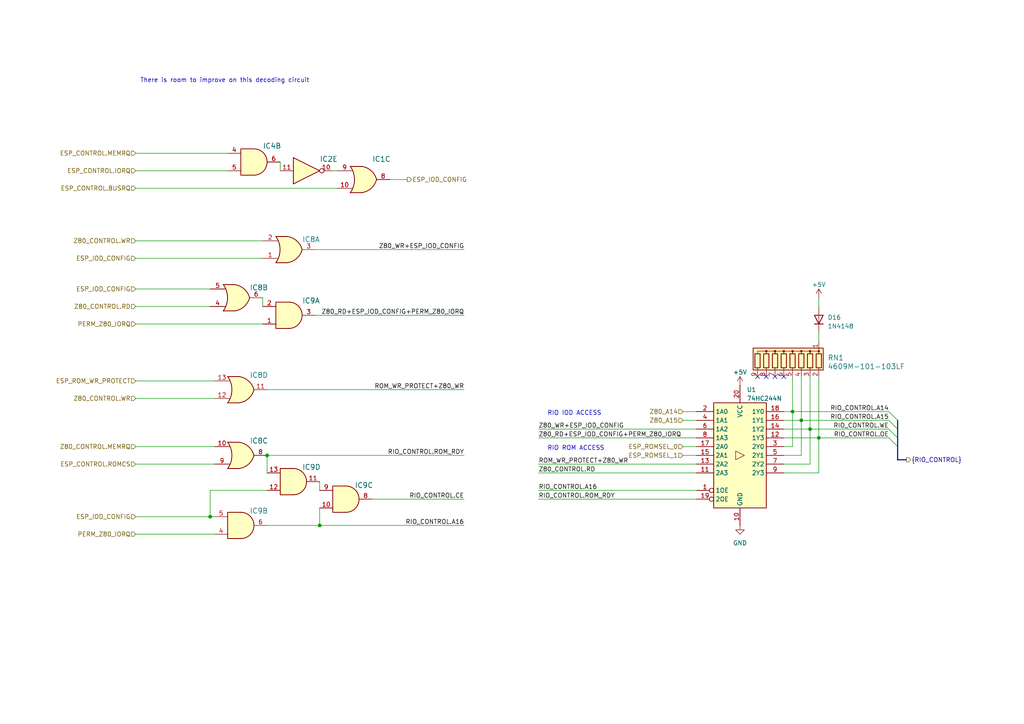
<source format=kicad_sch>
(kicad_sch (version 20230121) (generator eeschema)
  (paper "A4")
  (lib_symbols
    (symbol "74xx:74HC04"
      (property "Reference" "U" (at 0 1.27 0))
      (property "Value" "74HC04" (at 0 -1.27 0))
      (symbol "74HC04_1_0"
        (polyline (pts (xy -3.81 3.81) (xy -3.81 -3.81) (xy 3.81 0) (xy -3.81 3.81)) (stroke (width 0.254)) (fill (type background)))
        (pin input line (at -7.62 0 0) (length 3.81) (name "~") (number "1"))
        (pin output inverted (at 7.62 0 180) (length 3.81) (name "~") (number "2"))
      )
      (symbol "74HC04_2_0"
        (polyline (pts (xy -3.81 3.81) (xy -3.81 -3.81) (xy 3.81 0) (xy -3.81 3.81)) (stroke (width 0.254)) (fill (type background)))
        (pin input line (at -7.62 0 0) (length 3.81) (name "~") (number "3"))
        (pin output inverted (at 7.62 0 180) (length 3.81) (name "~") (number "4"))
      )
      (symbol "74HC04_3_0"
        (polyline (pts (xy -3.81 3.81) (xy -3.81 -3.81) (xy 3.81 0) (xy -3.81 3.81)) (stroke (width 0.254)) (fill (type background)))
        (pin input line (at -7.62 0 0) (length 3.81) (name "~") (number "5"))
        (pin output inverted (at 7.62 0 180) (length 3.81) (name "~") (number "6"))
      )
      (symbol "74HC04_4_0"
        (polyline (pts (xy -3.81 3.81) (xy -3.81 -3.81) (xy 3.81 0) (xy -3.81 3.81)) (stroke (width 0.254)) (fill (type background)))
        (pin output inverted (at 7.62 0 180) (length 3.81) (name "~") (number "8"))
        (pin input line (at -7.62 0 0) (length 3.81) (name "~") (number "9"))
      )
      (symbol "74HC04_5_0"
        (polyline (pts (xy -3.81 3.81) (xy -3.81 -3.81) (xy 3.81 0) (xy -3.81 3.81)) (stroke (width 0.254)) (fill (type background)))
        (pin output inverted (at 7.62 0 180) (length 3.81) (name "~") (number "10"))
        (pin input line (at -7.62 0 0) (length 3.81) (name "~") (number "11"))
      )
      (symbol "74HC04_6_0"
        (polyline (pts (xy -3.81 3.81) (xy -3.81 -3.81) (xy 3.81 0) (xy -3.81 3.81)) (stroke (width 0.254)) (fill (type background)))
        (pin output inverted (at 7.62 0 180) (length 3.81) (name "~") (number "12"))
        (pin input line (at -7.62 0 0) (length 3.81) (name "~") (number "13"))
      )
      (symbol "74HC04_7_0"
        (pin power_in line (at 0 12.7 270) (length 5.08) (name "VCC") (number "14"))
        (pin power_in line (at 0 -12.7 90) (length 5.08) (name "GND") (number "7"))
      )
      (symbol "74HC04_7_1"
        (rectangle (start -5.08 7.62) (end 5.08 -7.62) (stroke (width 0.254)) (fill (type background)))
      )
    )
    (symbol "74xx:74HC244"
      (property "Reference" "U" (at -7.62 16.51 0))
      (property "Value" "74HC244" (at -7.62 -16.51 0))
      (symbol "74HC244_1_0"
        (polyline (pts (xy 1.27 0) (xy -1.27 1.27) (xy -1.27 -1.27) (xy 1.27 0)) (stroke (width 0.1524)))
        (pin input inverted (at -12.7 -10.16 0) (length 5.08) (name "1OE") (number "1"))
        (pin power_in line (at 0 -20.32 90) (length 5.08) (name "GND") (number "10"))
        (pin input line (at -12.7 -5.08 0) (length 5.08) (name "2A3") (number "11"))
        (pin tri_state line (at 12.7 5.08 180) (length 5.08) (name "1Y3") (number "12"))
        (pin input line (at -12.7 -2.54 0) (length 5.08) (name "2A2") (number "13"))
        (pin tri_state line (at 12.7 7.62 180) (length 5.08) (name "1Y2") (number "14"))
        (pin input line (at -12.7 0 0) (length 5.08) (name "2A1") (number "15"))
        (pin tri_state line (at 12.7 10.16 180) (length 5.08) (name "1Y1") (number "16"))
        (pin input line (at -12.7 2.54 0) (length 5.08) (name "2A0") (number "17"))
        (pin tri_state line (at 12.7 12.7 180) (length 5.08) (name "1Y0") (number "18"))
        (pin input inverted (at -12.7 -12.7 0) (length 5.08) (name "2OE") (number "19"))
        (pin input line (at -12.7 12.7 0) (length 5.08) (name "1A0") (number "2"))
        (pin power_in line (at 0 20.32 270) (length 5.08) (name "VCC") (number "20"))
        (pin tri_state line (at 12.7 2.54 180) (length 5.08) (name "2Y0") (number "3"))
        (pin input line (at -12.7 10.16 0) (length 5.08) (name "1A1") (number "4"))
        (pin tri_state line (at 12.7 0 180) (length 5.08) (name "2Y1") (number "5"))
        (pin input line (at -12.7 7.62 0) (length 5.08) (name "1A2") (number "6"))
        (pin tri_state line (at 12.7 -2.54 180) (length 5.08) (name "2Y2") (number "7"))
        (pin input line (at -12.7 5.08 0) (length 5.08) (name "1A3") (number "8"))
        (pin tri_state line (at 12.7 -5.08 180) (length 5.08) (name "2Y3") (number "9"))
      )
      (symbol "74HC244_1_1"
        (rectangle (start -7.62 15.24) (end 7.62 -15.24) (stroke (width 0.254)) (fill (type background)))
      )
    )
    (symbol "74xx:74LS08" (pin_names (offset 1.016))
      (property "Reference" "U" (at 0 1.27 0))
      (property "Value" "74LS08" (at 0 -1.27 0))
      (symbol "74LS08_1_1"
        (arc (start 0 -3.81) (mid 3.7934 0) (end 0 3.81) (stroke (width 0.254)) (fill (type background)))
        (polyline (pts (xy 0 3.81) (xy -3.81 3.81) (xy -3.81 -3.81) (xy 0 -3.81)) (stroke (width 0.254)) (fill (type background)))
        (pin input line (at -7.62 2.54 0) (length 3.81) (name "~") (number "1"))
        (pin input line (at -7.62 -2.54 0) (length 3.81) (name "~") (number "2"))
        (pin output line (at 7.62 0 180) (length 3.81) (name "~") (number "3"))
      )
      (symbol "74LS08_1_2"
        (arc (start -3.81 -3.81) (mid -2.589 0) (end -3.81 3.81) (stroke (width 0.254)))
        (arc (start -0.6096 -3.81) (mid 2.1842 -2.5851) (end 3.81 0) (stroke (width 0.254)) (fill (type background)))
        (polyline (pts (xy -3.81 -3.81) (xy -0.635 -3.81)) (stroke (width 0.254)) (fill (type background)))
        (polyline (pts (xy -3.81 3.81) (xy -0.635 3.81)) (stroke (width 0.254)) (fill (type background)))
        (polyline (pts (xy -0.635 3.81) (xy -3.81 3.81) (xy -3.81 3.81) (xy -3.556 3.4036) (xy -3.0226 2.2606) (xy -2.6924 1.0414) (xy -2.6162 -0.254) (xy -2.7686 -1.4986) (xy -3.175 -2.7178) (xy -3.81 -3.81) (xy -3.81 -3.81) (xy -0.635 -3.81)) (stroke (width -25.4)) (fill (type background)))
        (arc (start 3.81 0) (mid 2.1915 2.5936) (end -0.6096 3.81) (stroke (width 0.254)) (fill (type background)))
        (pin input inverted (at -7.62 2.54 0) (length 4.318) (name "~") (number "1"))
        (pin input inverted (at -7.62 -2.54 0) (length 4.318) (name "~") (number "2"))
        (pin output inverted (at 7.62 0 180) (length 3.81) (name "~") (number "3"))
      )
      (symbol "74LS08_2_1"
        (arc (start 0 -3.81) (mid 3.7934 0) (end 0 3.81) (stroke (width 0.254)) (fill (type background)))
        (polyline (pts (xy 0 3.81) (xy -3.81 3.81) (xy -3.81 -3.81) (xy 0 -3.81)) (stroke (width 0.254)) (fill (type background)))
        (pin input line (at -7.62 2.54 0) (length 3.81) (name "~") (number "4"))
        (pin input line (at -7.62 -2.54 0) (length 3.81) (name "~") (number "5"))
        (pin output line (at 7.62 0 180) (length 3.81) (name "~") (number "6"))
      )
      (symbol "74LS08_2_2"
        (arc (start -3.81 -3.81) (mid -2.589 0) (end -3.81 3.81) (stroke (width 0.254)))
        (arc (start -0.6096 -3.81) (mid 2.1842 -2.5851) (end 3.81 0) (stroke (width 0.254)) (fill (type background)))
        (polyline (pts (xy -3.81 -3.81) (xy -0.635 -3.81)) (stroke (width 0.254)) (fill (type background)))
        (polyline (pts (xy -3.81 3.81) (xy -0.635 3.81)) (stroke (width 0.254)) (fill (type background)))
        (polyline (pts (xy -0.635 3.81) (xy -3.81 3.81) (xy -3.81 3.81) (xy -3.556 3.4036) (xy -3.0226 2.2606) (xy -2.6924 1.0414) (xy -2.6162 -0.254) (xy -2.7686 -1.4986) (xy -3.175 -2.7178) (xy -3.81 -3.81) (xy -3.81 -3.81) (xy -0.635 -3.81)) (stroke (width -25.4)) (fill (type background)))
        (arc (start 3.81 0) (mid 2.1915 2.5936) (end -0.6096 3.81) (stroke (width 0.254)) (fill (type background)))
        (pin input inverted (at -7.62 2.54 0) (length 4.318) (name "~") (number "4"))
        (pin input inverted (at -7.62 -2.54 0) (length 4.318) (name "~") (number "5"))
        (pin output inverted (at 7.62 0 180) (length 3.81) (name "~") (number "6"))
      )
      (symbol "74LS08_3_1"
        (arc (start 0 -3.81) (mid 3.7934 0) (end 0 3.81) (stroke (width 0.254)) (fill (type background)))
        (polyline (pts (xy 0 3.81) (xy -3.81 3.81) (xy -3.81 -3.81) (xy 0 -3.81)) (stroke (width 0.254)) (fill (type background)))
        (pin input line (at -7.62 -2.54 0) (length 3.81) (name "~") (number "10"))
        (pin output line (at 7.62 0 180) (length 3.81) (name "~") (number "8"))
        (pin input line (at -7.62 2.54 0) (length 3.81) (name "~") (number "9"))
      )
      (symbol "74LS08_3_2"
        (arc (start -3.81 -3.81) (mid -2.589 0) (end -3.81 3.81) (stroke (width 0.254)))
        (arc (start -0.6096 -3.81) (mid 2.1842 -2.5851) (end 3.81 0) (stroke (width 0.254)) (fill (type background)))
        (polyline (pts (xy -3.81 -3.81) (xy -0.635 -3.81)) (stroke (width 0.254)) (fill (type background)))
        (polyline (pts (xy -3.81 3.81) (xy -0.635 3.81)) (stroke (width 0.254)) (fill (type background)))
        (polyline (pts (xy -0.635 3.81) (xy -3.81 3.81) (xy -3.81 3.81) (xy -3.556 3.4036) (xy -3.0226 2.2606) (xy -2.6924 1.0414) (xy -2.6162 -0.254) (xy -2.7686 -1.4986) (xy -3.175 -2.7178) (xy -3.81 -3.81) (xy -3.81 -3.81) (xy -0.635 -3.81)) (stroke (width -25.4)) (fill (type background)))
        (arc (start 3.81 0) (mid 2.1915 2.5936) (end -0.6096 3.81) (stroke (width 0.254)) (fill (type background)))
        (pin input inverted (at -7.62 -2.54 0) (length 4.318) (name "~") (number "10"))
        (pin output inverted (at 7.62 0 180) (length 3.81) (name "~") (number "8"))
        (pin input inverted (at -7.62 2.54 0) (length 4.318) (name "~") (number "9"))
      )
      (symbol "74LS08_4_1"
        (arc (start 0 -3.81) (mid 3.7934 0) (end 0 3.81) (stroke (width 0.254)) (fill (type background)))
        (polyline (pts (xy 0 3.81) (xy -3.81 3.81) (xy -3.81 -3.81) (xy 0 -3.81)) (stroke (width 0.254)) (fill (type background)))
        (pin output line (at 7.62 0 180) (length 3.81) (name "~") (number "11"))
        (pin input line (at -7.62 2.54 0) (length 3.81) (name "~") (number "12"))
        (pin input line (at -7.62 -2.54 0) (length 3.81) (name "~") (number "13"))
      )
      (symbol "74LS08_4_2"
        (arc (start -3.81 -3.81) (mid -2.589 0) (end -3.81 3.81) (stroke (width 0.254)))
        (arc (start -0.6096 -3.81) (mid 2.1842 -2.5851) (end 3.81 0) (stroke (width 0.254)) (fill (type background)))
        (polyline (pts (xy -3.81 -3.81) (xy -0.635 -3.81)) (stroke (width 0.254)) (fill (type background)))
        (polyline (pts (xy -3.81 3.81) (xy -0.635 3.81)) (stroke (width 0.254)) (fill (type background)))
        (polyline (pts (xy -0.635 3.81) (xy -3.81 3.81) (xy -3.81 3.81) (xy -3.556 3.4036) (xy -3.0226 2.2606) (xy -2.6924 1.0414) (xy -2.6162 -0.254) (xy -2.7686 -1.4986) (xy -3.175 -2.7178) (xy -3.81 -3.81) (xy -3.81 -3.81) (xy -0.635 -3.81)) (stroke (width -25.4)) (fill (type background)))
        (arc (start 3.81 0) (mid 2.1915 2.5936) (end -0.6096 3.81) (stroke (width 0.254)) (fill (type background)))
        (pin output inverted (at 7.62 0 180) (length 3.81) (name "~") (number "11"))
        (pin input inverted (at -7.62 2.54 0) (length 4.318) (name "~") (number "12"))
        (pin input inverted (at -7.62 -2.54 0) (length 4.318) (name "~") (number "13"))
      )
      (symbol "74LS08_5_0"
        (pin power_in line (at 0 12.7 270) (length 5.08) (name "VCC") (number "14"))
        (pin power_in line (at 0 -12.7 90) (length 5.08) (name "GND") (number "7"))
      )
      (symbol "74LS08_5_1"
        (rectangle (start -5.08 7.62) (end 5.08 -7.62) (stroke (width 0.254)) (fill (type background)))
      )
    )
    (symbol "74xx:74LS32" (pin_names (offset 1.016))
      (property "Reference" "U" (at 0 1.27 0))
      (property "Value" "74LS32" (at 0 -1.27 0))
      (symbol "74LS32_1_1"
        (arc (start -3.81 -3.81) (mid -2.589 0) (end -3.81 3.81) (stroke (width 0.254)))
        (arc (start -0.6096 -3.81) (mid 2.1842 -2.5851) (end 3.81 0) (stroke (width 0.254)) (fill (type background)))
        (polyline (pts (xy -3.81 -3.81) (xy -0.635 -3.81)) (stroke (width 0.254)) (fill (type background)))
        (polyline (pts (xy -3.81 3.81) (xy -0.635 3.81)) (stroke (width 0.254)) (fill (type background)))
        (polyline (pts (xy -0.635 3.81) (xy -3.81 3.81) (xy -3.81 3.81) (xy -3.556 3.4036) (xy -3.0226 2.2606) (xy -2.6924 1.0414) (xy -2.6162 -0.254) (xy -2.7686 -1.4986) (xy -3.175 -2.7178) (xy -3.81 -3.81) (xy -3.81 -3.81) (xy -0.635 -3.81)) (stroke (width -25.4)) (fill (type background)))
        (arc (start 3.81 0) (mid 2.1915 2.5936) (end -0.6096 3.81) (stroke (width 0.254)) (fill (type background)))
        (pin input line (at -7.62 2.54 0) (length 4.318) (name "~") (number "1"))
        (pin input line (at -7.62 -2.54 0) (length 4.318) (name "~") (number "2"))
        (pin output line (at 7.62 0 180) (length 3.81) (name "~") (number "3"))
      )
      (symbol "74LS32_1_2"
        (arc (start 0 -3.81) (mid 3.7934 0) (end 0 3.81) (stroke (width 0.254)) (fill (type background)))
        (polyline (pts (xy 0 3.81) (xy -3.81 3.81) (xy -3.81 -3.81) (xy 0 -3.81)) (stroke (width 0.254)) (fill (type background)))
        (pin input inverted (at -7.62 2.54 0) (length 3.81) (name "~") (number "1"))
        (pin input inverted (at -7.62 -2.54 0) (length 3.81) (name "~") (number "2"))
        (pin output inverted (at 7.62 0 180) (length 3.81) (name "~") (number "3"))
      )
      (symbol "74LS32_2_1"
        (arc (start -3.81 -3.81) (mid -2.589 0) (end -3.81 3.81) (stroke (width 0.254)))
        (arc (start -0.6096 -3.81) (mid 2.1842 -2.5851) (end 3.81 0) (stroke (width 0.254)) (fill (type background)))
        (polyline (pts (xy -3.81 -3.81) (xy -0.635 -3.81)) (stroke (width 0.254)) (fill (type background)))
        (polyline (pts (xy -3.81 3.81) (xy -0.635 3.81)) (stroke (width 0.254)) (fill (type background)))
        (polyline (pts (xy -0.635 3.81) (xy -3.81 3.81) (xy -3.81 3.81) (xy -3.556 3.4036) (xy -3.0226 2.2606) (xy -2.6924 1.0414) (xy -2.6162 -0.254) (xy -2.7686 -1.4986) (xy -3.175 -2.7178) (xy -3.81 -3.81) (xy -3.81 -3.81) (xy -0.635 -3.81)) (stroke (width -25.4)) (fill (type background)))
        (arc (start 3.81 0) (mid 2.1915 2.5936) (end -0.6096 3.81) (stroke (width 0.254)) (fill (type background)))
        (pin input line (at -7.62 2.54 0) (length 4.318) (name "~") (number "4"))
        (pin input line (at -7.62 -2.54 0) (length 4.318) (name "~") (number "5"))
        (pin output line (at 7.62 0 180) (length 3.81) (name "~") (number "6"))
      )
      (symbol "74LS32_2_2"
        (arc (start 0 -3.81) (mid 3.7934 0) (end 0 3.81) (stroke (width 0.254)) (fill (type background)))
        (polyline (pts (xy 0 3.81) (xy -3.81 3.81) (xy -3.81 -3.81) (xy 0 -3.81)) (stroke (width 0.254)) (fill (type background)))
        (pin input inverted (at -7.62 2.54 0) (length 3.81) (name "~") (number "4"))
        (pin input inverted (at -7.62 -2.54 0) (length 3.81) (name "~") (number "5"))
        (pin output inverted (at 7.62 0 180) (length 3.81) (name "~") (number "6"))
      )
      (symbol "74LS32_3_1"
        (arc (start -3.81 -3.81) (mid -2.589 0) (end -3.81 3.81) (stroke (width 0.254)))
        (arc (start -0.6096 -3.81) (mid 2.1842 -2.5851) (end 3.81 0) (stroke (width 0.254)) (fill (type background)))
        (polyline (pts (xy -3.81 -3.81) (xy -0.635 -3.81)) (stroke (width 0.254)) (fill (type background)))
        (polyline (pts (xy -3.81 3.81) (xy -0.635 3.81)) (stroke (width 0.254)) (fill (type background)))
        (polyline (pts (xy -0.635 3.81) (xy -3.81 3.81) (xy -3.81 3.81) (xy -3.556 3.4036) (xy -3.0226 2.2606) (xy -2.6924 1.0414) (xy -2.6162 -0.254) (xy -2.7686 -1.4986) (xy -3.175 -2.7178) (xy -3.81 -3.81) (xy -3.81 -3.81) (xy -0.635 -3.81)) (stroke (width -25.4)) (fill (type background)))
        (arc (start 3.81 0) (mid 2.1915 2.5936) (end -0.6096 3.81) (stroke (width 0.254)) (fill (type background)))
        (pin input line (at -7.62 -2.54 0) (length 4.318) (name "~") (number "10"))
        (pin output line (at 7.62 0 180) (length 3.81) (name "~") (number "8"))
        (pin input line (at -7.62 2.54 0) (length 4.318) (name "~") (number "9"))
      )
      (symbol "74LS32_3_2"
        (arc (start 0 -3.81) (mid 3.7934 0) (end 0 3.81) (stroke (width 0.254)) (fill (type background)))
        (polyline (pts (xy 0 3.81) (xy -3.81 3.81) (xy -3.81 -3.81) (xy 0 -3.81)) (stroke (width 0.254)) (fill (type background)))
        (pin input inverted (at -7.62 -2.54 0) (length 3.81) (name "~") (number "10"))
        (pin output inverted (at 7.62 0 180) (length 3.81) (name "~") (number "8"))
        (pin input inverted (at -7.62 2.54 0) (length 3.81) (name "~") (number "9"))
      )
      (symbol "74LS32_4_1"
        (arc (start -3.81 -3.81) (mid -2.589 0) (end -3.81 3.81) (stroke (width 0.254)))
        (arc (start -0.6096 -3.81) (mid 2.1842 -2.5851) (end 3.81 0) (stroke (width 0.254)) (fill (type background)))
        (polyline (pts (xy -3.81 -3.81) (xy -0.635 -3.81)) (stroke (width 0.254)) (fill (type background)))
        (polyline (pts (xy -3.81 3.81) (xy -0.635 3.81)) (stroke (width 0.254)) (fill (type background)))
        (polyline (pts (xy -0.635 3.81) (xy -3.81 3.81) (xy -3.81 3.81) (xy -3.556 3.4036) (xy -3.0226 2.2606) (xy -2.6924 1.0414) (xy -2.6162 -0.254) (xy -2.7686 -1.4986) (xy -3.175 -2.7178) (xy -3.81 -3.81) (xy -3.81 -3.81) (xy -0.635 -3.81)) (stroke (width -25.4)) (fill (type background)))
        (arc (start 3.81 0) (mid 2.1915 2.5936) (end -0.6096 3.81) (stroke (width 0.254)) (fill (type background)))
        (pin output line (at 7.62 0 180) (length 3.81) (name "~") (number "11"))
        (pin input line (at -7.62 2.54 0) (length 4.318) (name "~") (number "12"))
        (pin input line (at -7.62 -2.54 0) (length 4.318) (name "~") (number "13"))
      )
      (symbol "74LS32_4_2"
        (arc (start 0 -3.81) (mid 3.7934 0) (end 0 3.81) (stroke (width 0.254)) (fill (type background)))
        (polyline (pts (xy 0 3.81) (xy -3.81 3.81) (xy -3.81 -3.81) (xy 0 -3.81)) (stroke (width 0.254)) (fill (type background)))
        (pin output inverted (at 7.62 0 180) (length 3.81) (name "~") (number "11"))
        (pin input inverted (at -7.62 2.54 0) (length 3.81) (name "~") (number "12"))
        (pin input inverted (at -7.62 -2.54 0) (length 3.81) (name "~") (number "13"))
      )
      (symbol "74LS32_5_0"
        (pin power_in line (at 0 12.7 270) (length 5.08) (name "VCC") (number "14"))
        (pin power_in line (at 0 -12.7 90) (length 5.08) (name "GND") (number "7"))
      )
      (symbol "74LS32_5_1"
        (rectangle (start -5.08 7.62) (end 5.08 -7.62) (stroke (width 0.254)) (fill (type background)))
      )
    )
    (symbol "Device:D" (pin_numbers hide) (pin_names (offset 1.016) hide)
      (property "Reference" "D" (at 0 2.54 0))
      (property "Value" "D" (at 0 -2.54 0))
      (symbol "D_0_1"
        (polyline (pts (xy -1.27 1.27) (xy -1.27 -1.27)) (stroke (width 0.254)))
        (polyline (pts (xy 1.27 0) (xy -1.27 0)))
        (polyline (pts (xy 1.27 1.27) (xy 1.27 -1.27) (xy -1.27 0) (xy 1.27 1.27)) (stroke (width 0.254)))
      )
      (symbol "D_1_1"
        (pin passive line (at -3.81 0 0) (length 2.54) (name "K") (number "1"))
        (pin passive line (at 3.81 0 180) (length 2.54) (name "A") (number "2"))
      )
    )
    (symbol "Device:R_Network08" (pin_names (offset 0) hide)
      (property "Reference" "RN" (at -12.7 0 90))
      (property "Value" "R_Network08" (at 10.16 0 90))
      (symbol "R_Network08_0_1"
        (rectangle (start -11.43 -3.175) (end 8.89 3.175) (stroke (width 0.254)) (fill (type background)))
        (rectangle (start -10.922 1.524) (end -9.398 -2.54) (stroke (width 0.254)))
        (circle (center -10.16 2.286) (radius 0.254) (fill (type outline)))
        (rectangle (start -8.382 1.524) (end -6.858 -2.54) (stroke (width 0.254)))
        (circle (center -7.62 2.286) (radius 0.254) (fill (type outline)))
        (rectangle (start -5.842 1.524) (end -4.318 -2.54) (stroke (width 0.254)))
        (circle (center -5.08 2.286) (radius 0.254) (fill (type outline)))
        (rectangle (start -3.302 1.524) (end -1.778 -2.54) (stroke (width 0.254)))
        (circle (center -2.54 2.286) (radius 0.254) (fill (type outline)))
        (rectangle (start -0.762 1.524) (end 0.762 -2.54) (stroke (width 0.254)))
        (polyline (pts (xy -10.16 -2.54) (xy -10.16 -3.81)))
        (polyline (pts (xy -7.62 -2.54) (xy -7.62 -3.81)))
        (polyline (pts (xy -5.08 -2.54) (xy -5.08 -3.81)))
        (polyline (pts (xy -2.54 -2.54) (xy -2.54 -3.81)))
        (polyline (pts (xy 0 -2.54) (xy 0 -3.81)))
        (polyline (pts (xy 2.54 -2.54) (xy 2.54 -3.81)))
        (polyline (pts (xy 5.08 -2.54) (xy 5.08 -3.81)))
        (polyline (pts (xy 7.62 -2.54) (xy 7.62 -3.81)))
        (polyline (pts (xy -10.16 1.524) (xy -10.16 2.286) (xy -7.62 2.286) (xy -7.62 1.524)))
        (polyline (pts (xy -7.62 1.524) (xy -7.62 2.286) (xy -5.08 2.286) (xy -5.08 1.524)))
        (polyline (pts (xy -5.08 1.524) (xy -5.08 2.286) (xy -2.54 2.286) (xy -2.54 1.524)))
        (polyline (pts (xy -2.54 1.524) (xy -2.54 2.286) (xy 0 2.286) (xy 0 1.524)))
        (polyline (pts (xy 0 1.524) (xy 0 2.286) (xy 2.54 2.286) (xy 2.54 1.524)))
        (polyline (pts (xy 2.54 1.524) (xy 2.54 2.286) (xy 5.08 2.286) (xy 5.08 1.524)))
        (polyline (pts (xy 5.08 1.524) (xy 5.08 2.286) (xy 7.62 2.286) (xy 7.62 1.524)))
        (circle (center 0 2.286) (radius 0.254) (fill (type outline)))
        (rectangle (start 1.778 1.524) (end 3.302 -2.54) (stroke (width 0.254)))
        (circle (center 2.54 2.286) (radius 0.254) (fill (type outline)))
        (rectangle (start 4.318 1.524) (end 5.842 -2.54) (stroke (width 0.254)))
        (circle (center 5.08 2.286) (radius 0.254) (fill (type outline)))
        (rectangle (start 6.858 1.524) (end 8.382 -2.54) (stroke (width 0.254)))
      )
      (symbol "R_Network08_1_1"
        (pin passive line (at -10.16 5.08 270) (length 2.54) (name "common") (number "1"))
        (pin passive line (at -10.16 -5.08 90) (length 1.27) (name "R1") (number "2"))
        (pin passive line (at -7.62 -5.08 90) (length 1.27) (name "R2") (number "3"))
        (pin passive line (at -5.08 -5.08 90) (length 1.27) (name "R3") (number "4"))
        (pin passive line (at -2.54 -5.08 90) (length 1.27) (name "R4") (number "5"))
        (pin passive line (at 0 -5.08 90) (length 1.27) (name "R5") (number "6"))
        (pin passive line (at 2.54 -5.08 90) (length 1.27) (name "R6") (number "7"))
        (pin passive line (at 5.08 -5.08 90) (length 1.27) (name "R7") (number "8"))
        (pin passive line (at 7.62 -5.08 90) (length 1.27) (name "R8") (number "9"))
      )
    )
    (symbol "power:+5V" (power) (pin_names (offset 0))
      (property "Value" "+5V" (at 0 3.556 0))
      (symbol "+5V_0_1"
        (polyline (pts (xy -0.762 1.27) (xy 0 2.54)))
        (polyline (pts (xy 0 0) (xy 0 2.54)))
        (polyline (pts (xy 0 2.54) (xy 0.762 1.27)))
      )
      (symbol "+5V_1_1"
        (pin power_in line (at 0 0 90) (length 0) hide (name "+5V") (number "1"))
      )
    )
    (symbol "power:GND" (power) (pin_names (offset 0))
      (property "Value" "GND" (at 0 -3.81 0))
      (symbol "GND_0_1"
        (polyline (pts (xy 0 0) (xy 0 -1.27) (xy 1.27 -1.27) (xy 0 -2.54) (xy -1.27 -1.27) (xy 0 -1.27)))
      )
      (symbol "GND_1_1"
        (pin power_in line (at 0 0 270) (length 0) hide (name "GND") (number "1"))
      )
    )
  )
  (junction (at 232.41 121.92))
  (junction (at 92.71 152.4))
  (junction (at 77.47 132.08))
  (junction (at 234.95 124.46))
  (junction (at 237.49 127))
  (junction (at 229.87 119.38))
  (junction (at 60.96 149.86))
  (no_connect (at 222.25 109.22))
  (no_connect (at 224.79 109.22))
  (no_connect (at 227.33 109.22))
  (no_connect (at 219.71 109.22))
  (bus_entry (at 257.81 121.92) (size 2.54 2.54))
  (bus_entry (at 257.81 127) (size 2.54 2.54))
  (bus_entry (at 257.81 124.46) (size 2.54 2.54))
  (bus_entry (at 257.81 119.38) (size 2.54 2.54))
  (bus (pts (xy 260.35 124.46) (xy 260.35 127)))
  (wire (pts (xy 39.37 149.86) (xy 60.96 149.86)))
  (bus (pts (xy 260.35 129.54) (xy 260.35 133.35)))
  (wire (pts (xy 134.62 144.78) (xy 107.95 144.78)))
  (wire (pts (xy 227.33 132.08) (xy 232.41 132.08)))
  (wire (pts (xy 227.33 137.16) (xy 237.49 137.16)))
  (wire (pts (xy 62.23 134.62) (xy 39.37 134.62)))
  (wire (pts (xy 232.41 121.92) (xy 257.81 121.92)))
  (wire (pts (xy 237.49 109.22) (xy 237.49 127)))
  (wire (pts (xy 232.41 121.92) (xy 232.41 132.08)))
  (wire (pts (xy 81.28 46.99) (xy 81.28 49.53)))
  (bus (pts (xy 260.35 121.92) (xy 260.35 124.46)))
  (wire (pts (xy 134.62 132.08) (xy 77.47 132.08)))
  (wire (pts (xy 156.21 127) (xy 201.93 127)))
  (wire (pts (xy 156.21 124.46) (xy 201.93 124.46)))
  (wire (pts (xy 227.33 124.46) (xy 234.95 124.46)))
  (wire (pts (xy 229.87 119.38) (xy 257.81 119.38)))
  (wire (pts (xy 62.23 115.57) (xy 39.37 115.57)))
  (wire (pts (xy 234.95 124.46) (xy 257.81 124.46)))
  (wire (pts (xy 92.71 139.7) (xy 92.71 142.24)))
  (wire (pts (xy 113.03 52.07) (xy 118.11 52.07)))
  (wire (pts (xy 62.23 154.94) (xy 39.37 154.94)))
  (wire (pts (xy 39.37 93.98) (xy 76.2 93.98)))
  (wire (pts (xy 62.23 129.54) (xy 39.37 129.54)))
  (wire (pts (xy 77.47 137.16) (xy 77.47 132.08)))
  (wire (pts (xy 156.21 142.24) (xy 201.93 142.24)))
  (wire (pts (xy 232.41 109.22) (xy 232.41 121.92)))
  (wire (pts (xy 62.23 149.86) (xy 60.96 149.86)))
  (wire (pts (xy 201.93 137.16) (xy 156.21 137.16)))
  (wire (pts (xy 237.49 86.36) (xy 237.49 88.9)))
  (wire (pts (xy 156.21 144.78) (xy 201.93 144.78)))
  (wire (pts (xy 201.93 132.08) (xy 198.12 132.08)))
  (bus (pts (xy 262.89 133.35) (xy 260.35 133.35)))
  (wire (pts (xy 97.79 54.61) (xy 39.37 54.61)))
  (wire (pts (xy 62.23 110.49) (xy 39.37 110.49)))
  (wire (pts (xy 96.52 49.53) (xy 97.79 49.53)))
  (wire (pts (xy 39.37 44.45) (xy 66.04 44.45)))
  (wire (pts (xy 229.87 109.22) (xy 229.87 119.38)))
  (wire (pts (xy 227.33 121.92) (xy 232.41 121.92)))
  (wire (pts (xy 76.2 86.36) (xy 76.2 88.9)))
  (wire (pts (xy 227.33 127) (xy 237.49 127)))
  (bus (pts (xy 260.35 127) (xy 260.35 129.54)))
  (wire (pts (xy 91.44 91.44) (xy 134.62 91.44)))
  (wire (pts (xy 77.47 142.24) (xy 60.96 142.24)))
  (wire (pts (xy 234.95 109.22) (xy 234.95 124.46)))
  (wire (pts (xy 227.33 129.54) (xy 229.87 129.54)))
  (wire (pts (xy 227.33 119.38) (xy 229.87 119.38)))
  (wire (pts (xy 201.93 129.54) (xy 198.12 129.54)))
  (wire (pts (xy 60.96 83.82) (xy 39.37 83.82)))
  (wire (pts (xy 76.2 74.93) (xy 39.37 74.93)))
  (wire (pts (xy 201.93 119.38) (xy 198.12 119.38)))
  (wire (pts (xy 76.2 69.85) (xy 39.37 69.85)))
  (wire (pts (xy 237.49 127) (xy 237.49 137.16)))
  (wire (pts (xy 77.47 152.4) (xy 92.71 152.4)))
  (wire (pts (xy 77.47 113.03) (xy 134.62 113.03)))
  (wire (pts (xy 60.96 142.24) (xy 60.96 149.86)))
  (wire (pts (xy 66.04 49.53) (xy 39.37 49.53)))
  (wire (pts (xy 234.95 124.46) (xy 234.95 134.62)))
  (wire (pts (xy 237.49 127) (xy 257.81 127)))
  (wire (pts (xy 227.33 134.62) (xy 234.95 134.62)))
  (wire (pts (xy 91.44 72.39) (xy 134.62 72.39)))
  (wire (pts (xy 201.93 121.92) (xy 198.12 121.92)))
  (wire (pts (xy 229.87 129.54) (xy 229.87 119.38)))
  (wire (pts (xy 60.96 88.9) (xy 39.37 88.9)))
  (wire (pts (xy 237.49 96.52) (xy 237.49 99.06)))
  (wire (pts (xy 156.21 134.62) (xy 201.93 134.62)))
  (wire (pts (xy 92.71 152.4) (xy 92.71 147.32)))
  (wire (pts (xy 134.62 152.4) (xy 92.71 152.4)))
  (text "There is room to improve on this decoding circuit" (at 40.64 24.13 0) (effects (font (size 1.27 1.27)) (justify left bottom)))
  (text "RIO IOD ACCESS" (at 158.75 120.65 0) (effects (font (size 1.27 1.27)) (justify left bottom)))
  (text "RIO ROM ACCESS" (at 158.75 130.81 0) (effects (font (size 1.27 1.27)) (justify left bottom)))
  (label "RIO_CONTROL.A14" (at 257.81 119.38 180))
  (label "ROM_WR_PROTECT+Z80_WR" (at 156.21 134.62 0))
  (label "Z80_WR+ESP_IOD_CONFIG" (at 156.21 124.46 0))
  (label "Z80_RD+ESP_IOD_CONFIG+PERM_Z80_IORQ" (at 156.21 127 0))
  (label "Z80_RD+ESP_IOD_CONFIG+PERM_Z80_IORQ" (at 134.62 91.44 180))
  (label "Z80_CONTROL.RD" (at 156.21 137.16 0))
  (label "RIO_CONTROL.ROM_RDY" (at 134.62 132.08 180))
  (label "RIO_CONTROL.WE" (at 257.81 124.46 180))
  (label "RIO_CONTROL.A15" (at 257.81 121.92 180))
  (label "Z80_WR+ESP_IOD_CONFIG" (at 134.62 72.39 180))
  (label "RIO_CONTROL.A16" (at 134.62 152.4 180))
  (label "RIO_CONTROL.ROM_RDY" (at 156.21 144.78 0))
  (label "RIO_CONTROL.OE" (at 257.81 127 180))
  (label "RIO_CONTROL.CE" (at 134.62 144.78 180))
  (label "ROM_WR_PROTECT+Z80_WR" (at 134.62 113.03 180))
  (label "RIO_CONTROL.A16" (at 156.21 142.24 0))
  (hierarchical_label "ESP_ROMSEL_1" (shape input) (at 198.12 132.08 180))
  (hierarchical_label "Z80_A15" (shape input) (at 198.12 121.92 180))
  (hierarchical_label "ESP_CONTROL.ROMCS" (shape input) (at 39.37 134.62 180))
  (hierarchical_label "{RIO_CONTROL}" (shape output) (at 262.89 133.35 0))
  (hierarchical_label "Z80_CONTROL.MEMRQ" (shape input) (at 39.37 129.54 180))
  (hierarchical_label "PERM_Z80_IORQ" (shape input) (at 39.37 154.94 180))
  (hierarchical_label "Z80_CONTROL.WR" (shape input) (at 39.37 69.85 180))
  (hierarchical_label "ESP_ROMSEL_0" (shape input) (at 198.12 129.54 180))
  (hierarchical_label "Z80_CONTROL.RD" (shape input) (at 39.37 88.9 180))
  (hierarchical_label "ESP_IOD_CONFIG" (shape input) (at 39.37 83.82 180))
  (hierarchical_label "ESP_IOD_CONFIG" (shape input) (at 39.37 74.93 180))
  (hierarchical_label "ESP_ROM_WR_PROTECT" (shape input) (at 39.37 110.49 180))
  (hierarchical_label "ESP_CONTROL.IORQ" (shape input) (at 39.37 49.53 180))
  (hierarchical_label "Z80_A14" (shape input) (at 198.12 119.38 180))
  (hierarchical_label "ESP_IOD_CONFIG" (shape output) (at 118.11 52.07 0))
  (hierarchical_label "ESP_CONTROL.MEMRQ" (shape input) (at 39.37 44.45 180))
  (hierarchical_label "ESP_IOD_CONFIG" (shape input) (at 39.37 149.86 180))
  (hierarchical_label "Z80_CONTROL.WR" (shape input) (at 39.37 115.57 180))
  (hierarchical_label "PERM_Z80_IORQ" (shape input) (at 39.37 93.98 180))
  (hierarchical_label "ESP_CONTROL.BUSRQ" (shape input) (at 39.37 54.61 180))
  (symbol (lib_id "74xx:74LS08") (at 73.66 46.99 0) (unit 2)
    (property "Reference" "IC4" (at 76.2 43.18 0) (effects (font (size 1.4986 1.4986)) (justify left bottom)))
    (property "Value" "74HC08N" (effects hide))
    (property "Footprint" "Package_DIP:DIP-14_W7.62mm_Socket" (effects hide))
    (property "Datasheet" "http://www.ti.com/lit/gpn/sn74LS08" (effects hide))
    (instances (project "FujiNet_Z80Bus_ReferenceDesign" (path "" (reference "IC4") (unit 2)) (path "" (reference "IC4") (unit 2)) (path "" (reference "IC7") (unit 2))) (project "Logic core" (path "" (reference "IC6") (unit 2))))
  )
  (symbol (lib_id "74xx:74LS08") (at 69.85 152.4 0) (mirror x) (unit 2)
    (property "Reference" "IC9" (at 72.39 147.32 0) (effects (font (size 1.4986 1.4986)) (justify left bottom)))
    (property "Value" "74HC08N" (effects hide))
    (property "Footprint" "Package_DIP:DIP-14_W7.62mm_Socket" (effects hide))
    (property "Datasheet" "http://www.ti.com/lit/gpn/sn74LS08" (effects hide))
    (instances (project "FujiNet_Z80Bus_ReferenceDesign" (path "" (reference "IC9") (unit 2)) (path "" (reference "IC9") (unit 2)) (path "" (reference "IC4") (unit 2))) (project "Logic core" (path "" (reference "IC10") (unit 2))))
  )
  (symbol (lib_id "power:+5V") (at 214.63 111.76 0) (unit 1)
    (property "Reference" "#PWR022" (effects hide))
    (property "Value" "+5V" (at 214.63 107.95 0))
    (instances (project "FujiNet_Z80Bus_ReferenceDesign" (path "" (reference "#PWR022") (unit 1)) (path "" (reference "#PWR022") (unit 1)) (path "" (reference "#PWR068") (unit 1))) (project "Logic core" (path "" (reference "#PWR011") (unit 1))))
  )
  (symbol (lib_id "74xx:74HC04") (at 88.9 49.53 0) (unit 5)
    (property "Reference" "IC2" (at 92.71 46.99 0) (effects (font (size 1.4986 1.4986)) (justify left bottom)))
    (property "Value" "7404N" (effects hide))
    (property "Footprint" "Package_DIP:DIP-14_W7.62mm_Socket" (effects hide))
    (property "Datasheet" "https://assets.nexperia.com/documents/data-sheet/74HC_HCT04.pdf" (effects hide))
    (instances (project "FujiNet_Z80Bus_ReferenceDesign" (path "" (reference "IC2") (unit 5)) (path "" (reference "IC2") (unit 5)) (path "" (reference "IC10") (unit 5))) (project "Logic core" (path "" (reference "IC1") (unit 5))))
  )
  (symbol (lib_id "74xx:74LS32") (at 83.82 72.39 0) (mirror x) (unit 1)
    (property "Reference" "IC8" (at 87.63 68.58 0) (effects (font (size 1.4986 1.4986)) (justify left bottom)))
    (property "Value" "74HC32N" (effects hide))
    (property "Footprint" "Package_DIP:DIP-14_W7.62mm_Socket" (effects hide))
    (property "Datasheet" "http://www.ti.com/lit/gpn/sn74LS32" (effects hide))
    (instances (project "FujiNet_Z80Bus_ReferenceDesign" (path "" (reference "IC8") (unit 1)) (path "" (reference "IC8") (unit 1)) (path "" (reference "IC6") (unit 1))) (project "Logic core" (path "" (reference "IC9") (unit 1))))
  )
  (symbol (lib_id "74xx:74LS08") (at 83.82 91.44 0) (mirror x) (unit 1)
    (property "Reference" "IC9" (at 87.63 86.36 0) (effects (font (size 1.4986 1.4986)) (justify left bottom)))
    (property "Value" "74HC08N" (effects hide))
    (property "Footprint" "Package_DIP:DIP-14_W7.62mm_Socket" (effects hide))
    (property "Datasheet" "http://www.ti.com/lit/gpn/sn74LS08" (effects hide))
    (instances (project "FujiNet_Z80Bus_ReferenceDesign" (path "" (reference "IC9") (unit 1)) (path "" (reference "IC9") (unit 1)) (path "" (reference "IC7") (unit 1))) (project "Logic core" (path "" (reference "IC10") (unit 1))))
  )
  (symbol (lib_id "74xx:74LS08") (at 100.33 144.78 0) (unit 3)
    (property "Reference" "IC9" (at 102.87 141.605 0) (effects (font (size 1.4986 1.4986)) (justify left bottom)))
    (property "Value" "74HC08N" (effects hide))
    (property "Footprint" "Package_DIP:DIP-14_W7.62mm_Socket" (effects hide))
    (property "Datasheet" "http://www.ti.com/lit/gpn/sn74LS08" (effects hide))
    (instances (project "FujiNet_Z80Bus_ReferenceDesign" (path "" (reference "IC9") (unit 3)) (path "" (reference "IC9") (unit 3)) (path "" (reference "IC7") (unit 3))) (project "Logic core" (path "" (reference "IC10") (unit 3))))
  )
  (symbol (lib_id "power:GND") (at 214.63 152.4 0) (unit 1)
    (property "Reference" "#PWR069" (effects hide))
    (property "Value" "GND" (at 214.63 157.48 0))
  )
  (symbol (lib_id "power:+5V") (at 237.49 86.36 0) (unit 1)
    (property "Reference" "#PWR022" (effects hide))
    (property "Value" "+5V" (at 237.49 82.55 0))
    (instances (project "FujiNet_Z80Bus_ReferenceDesign" (path "" (reference "#PWR022") (unit 1)) (path "" (reference "#PWR022") (unit 1)) (path "" (reference "#PWR070") (unit 1))) (project "Logic core" (path "" (reference "#PWR011") (unit 1))))
  )
  (symbol (lib_id "74xx:74LS32") (at 68.58 86.36 0) (mirror x) (unit 2)
    (property "Reference" "IC8" (at 72.39 82.55 0) (effects (font (size 1.4986 1.4986)) (justify left bottom)))
    (property "Value" "74HC32N" (effects hide))
    (property "Footprint" "Package_DIP:DIP-14_W7.62mm_Socket" (effects hide))
    (property "Datasheet" "http://www.ti.com/lit/gpn/sn74LS32" (effects hide))
    (instances (project "FujiNet_Z80Bus_ReferenceDesign" (path "" (reference "IC8") (unit 2)) (path "" (reference "IC8") (unit 2)) (path "" (reference "IC6") (unit 2))) (project "Logic core" (path "" (reference "IC9") (unit 2))))
  )
  (symbol (lib_id "74xx:74LS32") (at 105.41 52.07 0) (unit 3)
    (property "Reference" "IC1" (at 107.95 46.99 0) (effects (font (size 1.4986 1.4986)) (justify left bottom)))
    (property "Value" "74HC32N" (effects hide))
    (property "Footprint" "Package_DIP:DIP-14_W7.62mm_Socket" (effects hide))
    (property "Datasheet" "http://www.ti.com/lit/gpn/sn74LS32" (effects hide))
    (instances (project "FujiNet_Z80Bus_ReferenceDesign" (path "" (reference "IC1") (unit 3)) (path "" (reference "IC1") (unit 3)) (path "" (reference "IC11") (unit 3))) (project "Logic core" (path "" (reference "IC5") (unit 3))))
  )
  (symbol (lib_id "74xx:74LS32") (at 69.85 113.03 0) (mirror x) (unit 4)
    (property "Reference" "IC8" (at 72.39 107.95 0) (effects (font (size 1.4986 1.4986)) (justify left bottom)))
    (property "Value" "74HC32N" (effects hide))
    (property "Footprint" "Package_DIP:DIP-14_W7.62mm_Socket" (effects hide))
    (property "Datasheet" "http://www.ti.com/lit/gpn/sn74LS32" (effects hide))
    (instances (project "FujiNet_Z80Bus_ReferenceDesign" (path "" (reference "IC8") (unit 4)) (path "" (reference "IC8") (unit 4)) (path "" (reference "IC11") (unit 4))) (project "Logic core" (path "" (reference "IC9") (unit 4))))
  )
  (symbol (lib_id "Device:R_Network08") (at 227.33 104.14 0) (mirror y) (unit 1)
    (property "Reference" "RN1" (at 240.03 103.759 0) (effects (font (size 1.4986 1.4986)) (justify right)))
    (property "Value" "4609M-101-103LF" (at 240.03 106.299 0) (effects (font (size 1.4986 1.4986)) (justify right)))
    (property "Footprint" "Resistor_THT:R_Array_SIP9" (effects hide))
    (property "Datasheet" "http://www.vishay.com/docs/31509/csc.pdf" (effects hide))
  )
  (symbol (lib_id "Device:D") (at 237.49 92.71 270) (mirror x) (unit 1)
    (property "Reference" "D16" (at 240.03 92.075 90) (effects (justify left)))
    (property "Value" "1N4148" (at 240.03 94.615 90) (effects (justify left)))
    (property "Footprint" "Diode_THT:D_T-1_P5.08mm_Horizontal" (effects hide))
    (instances (project "FujiNet_Z80Bus_ReferenceDesign" (path "" (reference "D16") (unit 1)) (path "" (reference "D16") (unit 1)) (path "" (reference "D16") (unit 1))) (project "Logic core" (path "" (reference "D4") (unit 1))))
  )
  (symbol (lib_id "74xx:74HC244") (at 214.63 132.08 0) (unit 1)
    (property "Reference" "U1" (at 216.5859 113.03 0) (effects (justify left)))
    (property "Value" "74HC244N" (at 216.5859 115.57 0) (effects (justify left)))
    (property "Footprint" "Package_DIP:DIP-20_W7.62mm_Socket" (effects hide))
    (property "Datasheet" "https://assets.nexperia.com/documents/data-sheet/74HC_HCT244.pdf" (effects hide))
  )
  (symbol (lib_id "74xx:74LS32") (at 69.85 132.08 0) (mirror x) (unit 3)
    (property "Reference" "IC8" (at 72.39 127 0) (effects (font (size 1.4986 1.4986)) (justify left bottom)))
    (property "Value" "74HC32N" (effects hide))
    (property "Footprint" "Package_DIP:DIP-14_W7.62mm_Socket" (effects hide))
    (property "Datasheet" "http://www.ti.com/lit/gpn/sn74LS32" (effects hide))
    (instances (project "FujiNet_Z80Bus_ReferenceDesign" (path "" (reference "IC8") (unit 3)) (path "" (reference "IC8") (unit 3)) (path "" (reference "IC8") (unit 3))) (project "Logic core" (path "" (reference "IC9") (unit 3))))
  )
  (symbol (lib_id "74xx:74LS08") (at 85.09 139.7 0) (mirror x) (unit 4)
    (property "Reference" "IC9" (at 87.63 134.62 0) (effects (font (size 1.4986 1.4986)) (justify left bottom)))
    (property "Value" "74HC08N" (effects hide))
    (property "Footprint" "Package_DIP:DIP-14_W7.62mm_Socket" (effects hide))
    (property "Datasheet" "http://www.ti.com/lit/gpn/sn74LS08" (effects hide))
    (instances (project "FujiNet_Z80Bus_ReferenceDesign" (path "" (reference "IC9") (unit 4)) (path "" (reference "IC9") (unit 4)) (path "" (reference "IC7") (unit 4))) (project "Logic core" (path "" (reference "IC10") (unit 4))))
  )
)
</source>
